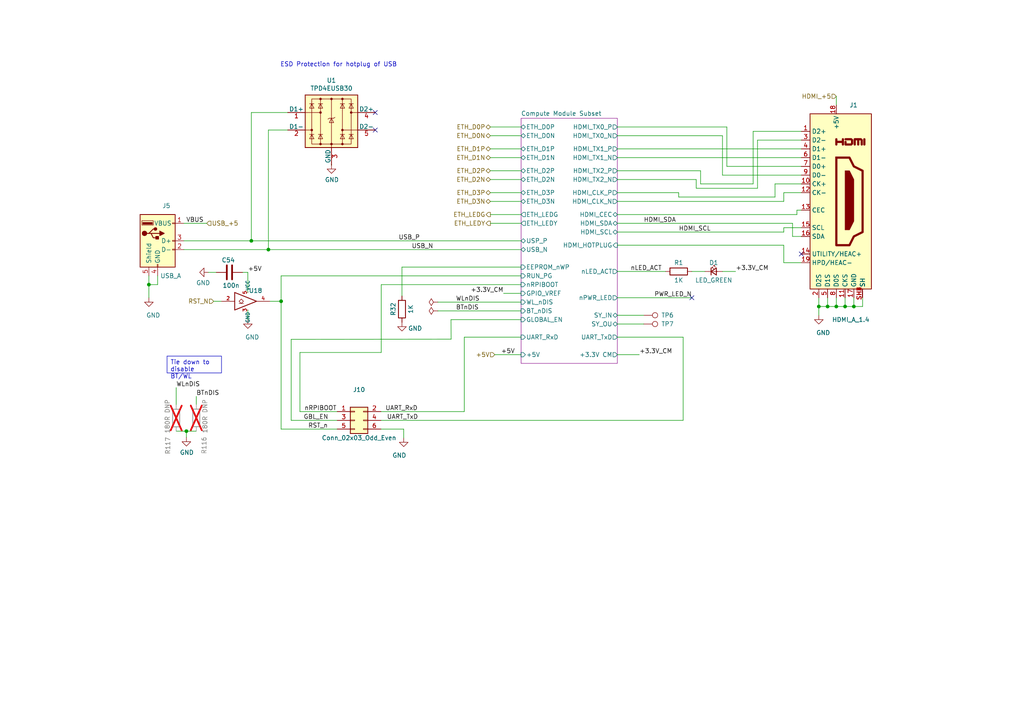
<source format=kicad_sch>
(kicad_sch (version 20230121) (generator eeschema)
  (paper "A4")
  (title_block (title "Hexa-Pi") (date "2023-12-02") (rev "1.0") (company "Coxyz") (comment 1 "fjc"))
  (lib_symbols
    (symbol "CM4IO:74LVC1G07_copy"
      (property "Reference" "U" (at -2.54 3.81 0))
      (property "Value" "74LVC1G07_copy" (at 0 -3.81 0))
      (symbol "74LVC1G07_copy_0_1"
        (polyline (pts (xy -2.54 -0.635) (xy -1.27 -0.635)))
        (polyline (pts (xy -3.81 2.54) (xy -3.81 -2.54) (xy 2.54 0) (xy -3.81 2.54)) (stroke (width 0.254)))
        (polyline (pts (xy -1.905 0.635) (xy -2.54 0) (xy -1.905 -0.635) (xy -1.27 0) (xy -1.905 0.635)))
      )
      (symbol "74LVC1G07_copy_1_1"
        (pin input line (at -7.62 0 0) (length 3.81) (name "~") (number "2"))
        (pin power_in line (at 0 -2.54 270) (length 0) (name "GND") (number "3"))
        (pin open_collector line (at 6.35 0 180) (length 3.81) (name "~") (number "4"))
        (pin power_in line (at 0 2.54 90) (length 0) (name "VCC") (number "5"))
      )
    )
    (symbol "CM4IO:HDMI_A_1.4"
      (property "Reference" "J" (at -6.35 26.67 0))
      (property "Value" "HDMI_A_1.4" (at 10.16 26.67 0))
      (symbol "HDMI_A_1.4_0_0"
        (polyline (pts (xy 8.128 16.51) (xy 8.128 18.034)) (stroke (width 0.635)))
        (polyline (pts (xy 0 16.51) (xy 0 18.034) (xy 0 17.272) (xy 1.905 17.272) (xy 1.905 18.034) (xy 1.905 16.51)) (stroke (width 0.635)))
        (polyline (pts (xy 2.667 18.034) (xy 4.318 18.034) (xy 4.572 17.78) (xy 4.572 16.764) (xy 4.318 16.51) (xy 2.667 16.51) (xy 2.667 17.272)) (stroke (width 0.635)))
        (pin passive line (at 7.62 -27.94 90) (length 2.54) (name "SH") (number "SH2"))
        (pin passive line (at 7.62 -27.94 90) (length 2.54) (name "SH") (number "SH3"))
        (pin passive line (at 7.62 -27.94 90) (length 2.54) (name "SH") (number "SH4"))
      )
      (symbol "HDMI_A_1.4_0_1"
        (rectangle (start -7.62 25.4) (end 10.16 -25.4) (stroke (width 0.254)) (fill (type background)))
        (polyline (pts (xy 2.54 8.89) (xy 3.81 8.89) (xy 5.08 6.35) (xy 5.08 -5.715) (xy 3.81 -8.255) (xy 2.54 -8.255) (xy 2.54 8.89)) (fill (type outline)))
        (polyline (pts (xy 5.334 16.51) (xy 5.334 18.034) (xy 6.35 18.034) (xy 6.35 16.51) (xy 6.35 18.034) (xy 7.112 18.034) (xy 7.366 17.78) (xy 7.366 16.51)) (stroke (width 0.635)))
        (polyline (pts (xy 0 12.7) (xy 0 -12.7) (xy 3.81 -12.7) (xy 5.08 -10.16) (xy 7.62 -8.89) (xy 7.62 8.89) (xy 5.08 10.16) (xy 3.81 12.7) (xy 0 12.7)) (stroke (width 0.635)))
      )
      (symbol "HDMI_A_1.4_1_1"
        (pin passive line (at -10.16 20.32 0) (length 2.54) (name "D2+") (number "1"))
        (pin passive line (at -10.16 5.08 0) (length 2.54) (name "CK+") (number "10"))
        (pin power_in line (at 2.54 -27.94 90) (length 2.54) (name "CKS") (number "11"))
        (pin passive line (at -10.16 2.54 0) (length 2.54) (name "CK-") (number "12"))
        (pin bidirectional line (at -10.16 -2.54 0) (length 2.54) (name "CEC") (number "13"))
        (pin passive line (at -10.16 -15.24 0) (length 2.54) (name "UTILITY/HEAC+") (number "14"))
        (pin passive line (at -10.16 -7.62 0) (length 2.54) (name "SCL") (number "15"))
        (pin bidirectional line (at -10.16 -10.16 0) (length 2.54) (name "SDA") (number "16"))
        (pin power_in line (at 5.08 -27.94 90) (length 2.54) (name "GND") (number "17"))
        (pin power_in line (at 0 27.94 270) (length 2.54) (name "+5V") (number "18"))
        (pin passive line (at -10.16 -17.78 0) (length 2.54) (name "HPD/HEAC-") (number "19"))
        (pin power_in line (at -5.08 -27.94 90) (length 2.54) (name "D2S") (number "2"))
        (pin passive line (at -10.16 17.78 0) (length 2.54) (name "D2-") (number "3"))
        (pin passive line (at -10.16 15.24 0) (length 2.54) (name "D1+") (number "4"))
        (pin power_in line (at -2.54 -27.94 90) (length 2.54) (name "D1S") (number "5"))
        (pin passive line (at -10.16 12.7 0) (length 2.54) (name "D1-") (number "6"))
        (pin passive line (at -10.16 10.16 0) (length 2.54) (name "D0+") (number "7"))
        (pin power_in line (at 0 -27.94 90) (length 2.54) (name "D0S") (number "8"))
        (pin passive line (at -10.16 7.62 0) (length 2.54) (name "D0-") (number "9"))
        (pin passive line (at 7.62 -27.94 90) (length 2.54) (name "SH") (number "SH1"))
      )
    )
    (symbol "CM4IO:TPD4EUSB30" (pin_names (offset 0))
      (property "Reference" "U" (at -0.635 8.89 0))
      (property "Value" "TPD4EUSB30" (at 8.89 -10.16 0))
      (symbol "TPD4EUSB30_0_0"
        (rectangle (start -5.715 6.477) (end 5.715 -6.604))
        (polyline (pts (xy -3.175 -6.604) (xy -3.175 6.477)))
        (polyline (pts (xy 0 6.477) (xy 0 -6.604)))
        (polyline (pts (xy 3.175 6.477) (xy 3.175 -6.604)))
      )
      (symbol "TPD4EUSB30_0_1"
        (rectangle (start -7.62 7.62) (end 7.62 -7.62) (stroke (width 0.254)) (fill (type background)))
        (circle (center -5.715 -2.54) (radius 0.2794) (fill (type outline)))
        (circle (center -3.175 -6.604) (radius 0.2794) (fill (type outline)))
        (circle (center -3.175 2.54) (radius 0.2794) (fill (type outline)))
        (circle (center -3.175 6.477) (radius 0.2794) (fill (type outline)))
        (circle (center 0 -6.604) (radius 0.2794) (fill (type outline)))
        (polyline (pts (xy -7.747 2.54) (xy -3.175 2.54)))
        (polyline (pts (xy -7.62 -2.54) (xy -5.715 -2.54)))
        (polyline (pts (xy -5.08 -3.81) (xy -6.35 -3.81)))
        (polyline (pts (xy -5.08 5.08) (xy -6.35 5.08)))
        (polyline (pts (xy -2.54 -3.81) (xy -3.81 -3.81)))
        (polyline (pts (xy -2.54 5.08) (xy -3.81 5.08)))
        (polyline (pts (xy -0.635 0.889) (xy -1.016 0.635)))
        (polyline (pts (xy 0 -6.604) (xy 0 -7.62)))
        (polyline (pts (xy 0.635 0.889) (xy -0.635 0.889)))
        (polyline (pts (xy 0.635 0.889) (xy 1.016 1.143)))
        (polyline (pts (xy 3.81 -3.81) (xy 2.54 -3.81)))
        (polyline (pts (xy 3.81 5.08) (xy 2.54 5.08)))
        (polyline (pts (xy 6.35 -3.81) (xy 5.08 -3.81)))
        (polyline (pts (xy 6.35 5.08) (xy 5.08 5.08)))
        (polyline (pts (xy 7.62 -2.54) (xy 3.175 -2.54)))
        (polyline (pts (xy 7.62 2.54) (xy 5.715 2.54)))
        (polyline (pts (xy -5.08 -5.08) (xy -6.35 -5.08) (xy -5.715 -3.81) (xy -5.08 -5.08)))
        (polyline (pts (xy -5.08 3.81) (xy -6.35 3.81) (xy -5.715 5.08) (xy -5.08 3.81)))
        (polyline (pts (xy -2.54 -5.08) (xy -3.81 -5.08) (xy -3.175 -3.81) (xy -2.54 -5.08)))
        (polyline (pts (xy -2.54 3.81) (xy -3.81 3.81) (xy -3.175 5.08) (xy -2.54 3.81)))
        (polyline (pts (xy 0.635 -0.381) (xy -0.635 -0.381) (xy 0 0.889) (xy 0.635 -0.381)))
        (polyline (pts (xy 3.81 -5.08) (xy 2.54 -5.08) (xy 3.175 -3.81) (xy 3.81 -5.08)))
        (polyline (pts (xy 3.81 3.81) (xy 2.54 3.81) (xy 3.175 5.08) (xy 3.81 3.81)))
        (polyline (pts (xy 6.35 -5.08) (xy 5.08 -5.08) (xy 5.715 -3.81) (xy 6.35 -5.08)))
        (polyline (pts (xy 6.35 3.81) (xy 5.08 3.81) (xy 5.715 5.08) (xy 6.35 3.81)))
        (circle (center 0 6.477) (radius 0.2794) (fill (type outline)))
        (circle (center 3.175 -6.604) (radius 0.2794) (fill (type outline)))
        (circle (center 3.175 -2.54) (radius 0.2794) (fill (type outline)))
        (circle (center 3.175 6.477) (radius 0.2794) (fill (type outline)))
        (circle (center 5.715 2.54) (radius 0.2794) (fill (type outline)))
      )
      (symbol "TPD4EUSB30_1_1"
        (pin passive line (at -12.7 2.54 0) (length 5.08) (name "D1+") (number "1"))
        (pin passive line (at -12.7 2.54 0) (length 5.08) hide (name "~") (number "10"))
        (pin passive line (at -12.7 -2.54 0) (length 5.08) (name "D1-") (number "2"))
        (pin power_in line (at 0 -12.7 90) (length 5.08) (name "GND") (number "3"))
        (pin passive line (at 12.7 2.54 180) (length 5.08) (name "D2+") (number "4"))
        (pin passive line (at 12.7 -2.54 180) (length 5.08) (name "D2-") (number "5"))
        (pin passive line (at 12.7 -2.54 180) (length 5.08) hide (name "~") (number "6"))
        (pin passive line (at 12.7 2.54 180) (length 5.08) hide (name "~") (number "7"))
        (pin passive line (at 0 -12.7 90) (length 5.08) hide (name "GND") (number "8"))
        (pin passive line (at -12.7 -2.54 0) (length 5.08) hide (name "~") (number "9"))
      )
    )
    (symbol "Connector:TestPoint" (pin_numbers hide) (pin_names (offset 0.762) hide)
      (property "Reference" "TP" (at 0 6.858 0))
      (property "Value" "TestPoint" (at 0 5.08 0))
      (symbol "TestPoint_0_1"
        (circle (center 0 3.302) (radius 0.762))
      )
      (symbol "TestPoint_1_1"
        (pin passive line (at 0 0 90) (length 2.54) (name "1") (number "1"))
      )
    )
    (symbol "Connector:USB_A" (pin_names (offset 1.016))
      (property "Reference" "J" (at -5.08 11.43 0))
      (property "Value" "USB_A" (at -5.08 8.89 0))
      (symbol "USB_A_0_1"
        (rectangle (start -5.08 -7.62) (end 5.08 7.62) (stroke (width 0.254)) (fill (type background)))
        (circle (center -3.81 2.159) (radius 0.635) (stroke (width 0.254)) (fill (type outline)))
        (rectangle (start -1.524 4.826) (end -4.318 5.334) (fill (type outline)))
        (rectangle (start -1.27 4.572) (end -4.572 5.842))
        (circle (center -0.635 3.429) (radius 0.381) (stroke (width 0.254)) (fill (type outline)))
        (rectangle (start -0.127 -7.62) (end 0.127 -6.858))
        (polyline (pts (xy -3.175 2.159) (xy -2.54 2.159) (xy -1.27 3.429) (xy -0.635 3.429)) (stroke (width 0.254)))
        (polyline (pts (xy -2.54 2.159) (xy -1.905 2.159) (xy -1.27 0.889) (xy 0 0.889)) (stroke (width 0.254)))
        (polyline (pts (xy 0.635 2.794) (xy 0.635 1.524) (xy 1.905 2.159) (xy 0.635 2.794)) (stroke (width 0.254)) (fill (type outline)))
        (rectangle (start 0.254 1.27) (end -0.508 0.508) (stroke (width 0.254)) (fill (type outline)))
        (rectangle (start 5.08 -2.667) (end 4.318 -2.413))
        (rectangle (start 5.08 -0.127) (end 4.318 0.127))
        (rectangle (start 5.08 4.953) (end 4.318 5.207))
      )
      (symbol "USB_A_1_1"
        (polyline (pts (xy -1.905 2.159) (xy 0.635 2.159)) (stroke (width 0.254)))
        (pin power_in line (at 7.62 5.08 180) (length 2.54) (name "VBUS") (number "1"))
        (pin bidirectional line (at 7.62 -2.54 180) (length 2.54) (name "D-") (number "2"))
        (pin bidirectional line (at 7.62 0 180) (length 2.54) (name "D+") (number "3"))
        (pin power_in line (at 0 -10.16 90) (length 2.54) (name "GND") (number "4"))
        (pin passive line (at -2.54 -10.16 90) (length 2.54) (name "Shield") (number "5"))
      )
    )
    (symbol "Connector_Generic:Conn_02x03_Odd_Even" (pin_names (offset 1.016) hide)
      (property "Reference" "J" (at 1.27 5.08 0))
      (property "Value" "Conn_02x03_Odd_Even" (at 1.27 -5.08 0))
      (symbol "Conn_02x03_Odd_Even_1_1"
        (rectangle (start -1.27 -2.413) (end 0 -2.667) (stroke (width 0.1524)))
        (rectangle (start -1.27 0.127) (end 0 -0.127) (stroke (width 0.1524)))
        (rectangle (start -1.27 2.667) (end 0 2.413) (stroke (width 0.1524)))
        (rectangle (start -1.27 3.81) (end 3.81 -3.81) (stroke (width 0.254)) (fill (type background)))
        (rectangle (start 3.81 -2.413) (end 2.54 -2.667) (stroke (width 0.1524)))
        (rectangle (start 3.81 0.127) (end 2.54 -0.127) (stroke (width 0.1524)))
        (rectangle (start 3.81 2.667) (end 2.54 2.413) (stroke (width 0.1524)))
        (pin passive line (at -5.08 2.54 0) (length 3.81) (name "Pin_1") (number "1"))
        (pin passive line (at 7.62 2.54 180) (length 3.81) (name "Pin_2") (number "2"))
        (pin passive line (at -5.08 0 0) (length 3.81) (name "Pin_3") (number "3"))
        (pin passive line (at 7.62 0 180) (length 3.81) (name "Pin_4") (number "4"))
        (pin passive line (at -5.08 -2.54 0) (length 3.81) (name "Pin_5") (number "5"))
        (pin passive line (at 7.62 -2.54 180) (length 3.81) (name "Pin_6") (number "6"))
      )
    )
    (symbol "Device:C" (pin_numbers hide) (pin_names (offset 0.254))
      (property "Reference" "C" (at 0.635 2.54 0))
      (property "Value" "C" (at 0.635 -2.54 0))
      (symbol "C_0_1"
        (polyline (pts (xy -2.032 -0.762) (xy 2.032 -0.762)) (stroke (width 0.508)))
        (polyline (pts (xy -2.032 0.762) (xy 2.032 0.762)) (stroke (width 0.508)))
      )
      (symbol "C_1_1"
        (pin passive line (at 0 3.81 270) (length 2.794) (name "~") (number "1"))
        (pin passive line (at 0 -3.81 90) (length 2.794) (name "~") (number "2"))
      )
    )
    (symbol "Device:LED_Small" (pin_numbers hide) (pin_names (offset 0.254) hide)
      (property "Reference" "D" (at -1.27 3.175 0))
      (property "Value" "LED_Small" (at -4.445 -2.54 0))
      (symbol "LED_Small_0_1"
        (polyline (pts (xy -0.762 -1.016) (xy -0.762 1.016)) (stroke (width 0.254)))
        (polyline (pts (xy 1.016 0) (xy -0.762 0)))
        (polyline (pts (xy 0.762 -1.016) (xy -0.762 0) (xy 0.762 1.016) (xy 0.762 -1.016)) (stroke (width 0.254)))
        (polyline (pts (xy 0 0.762) (xy -0.508 1.27) (xy -0.254 1.27) (xy -0.508 1.27) (xy -0.508 1.016)))
        (polyline (pts (xy 0.508 1.27) (xy 0 1.778) (xy 0.254 1.778) (xy 0 1.778) (xy 0 1.524)))
      )
      (symbol "LED_Small_1_1"
        (pin passive line (at -2.54 0 0) (length 1.778) (name "K") (number "1"))
        (pin passive line (at 2.54 0 180) (length 1.778) (name "A") (number "2"))
      )
    )
    (symbol "Device:R" (pin_numbers hide) (pin_names (offset 0))
      (property "Reference" "R" (at 2.032 0 90))
      (property "Value" "R" (at 0 0 90))
      (symbol "R_0_1"
        (rectangle (start -1.016 -2.54) (end 1.016 2.54) (stroke (width 0.254)))
      )
      (symbol "R_1_1"
        (pin passive line (at 0 3.81 270) (length 1.27) (name "~") (number "1"))
        (pin passive line (at 0 -3.81 90) (length 1.27) (name "~") (number "2"))
      )
    )
    (symbol "power:GND" (power) (pin_names (offset 0))
      (property "Value" "GND" (at 0 -3.81 0))
      (symbol "GND_0_1"
        (polyline (pts (xy 0 0) (xy 0 -1.27) (xy 1.27 -1.27) (xy 0 -2.54) (xy -1.27 -1.27) (xy 0 -1.27)))
      )
      (symbol "GND_1_1"
        (pin power_in line (at 0 0 270) (length 0) hide (name "GND") (number "1"))
      )
    )
    (symbol "power:PWR_FLAG" (power) (pin_numbers hide) (pin_names (offset 0) hide)
      (property "Value" "PWR_FLAG" (at 0 3.81 0))
      (symbol "PWR_FLAG_0_0"
        (pin power_out line (at 0 0 90) (length 0) (name "pwr") (number "1"))
      )
      (symbol "PWR_FLAG_0_1"
        (polyline (pts (xy 0 0) (xy 0 1.27) (xy -1.016 1.905) (xy 0 2.54) (xy 1.016 1.905) (xy 0 1.27)))
      )
    )
  )
  (junction (at 245.11 88.9) (diameter 0.9144))
  (junction (at 77.851 72.39))
  (junction (at 81.534 87.376))
  (junction (at 240.03 88.9) (diameter 0.9144))
  (junction (at 242.57 88.9) (diameter 0.9144))
  (junction (at 247.65 88.9) (diameter 0.9144))
  (junction (at 72.898 69.85))
  (junction (at 54.0615 125.0532))
  (junction (at 43.18 82.55) (diameter 0.9144))
  (junction (at 237.49 88.9) (diameter 0.9144))
  (no_connect (at 200.66 86.36))
  (no_connect (at 232.41 73.66))
  (no_connect (at 108.839 37.719))
  (no_connect (at 108.839 32.639))
  (wire (pts (xy 142.24 49.53) (xy 151.13 49.53)))
  (wire (pts (xy 201.93 54.61) (xy 219.71 54.61)))
  (wire (pts (xy 231.14 60.96) (xy 232.41 60.96)))
  (wire (pts (xy 81.534 124.46) (xy 97.79 124.46)))
  (wire (pts (xy 227.33 58.42) (xy 227.33 55.88)))
  (wire (pts (xy 77.851 37.719) (xy 83.439 37.719)))
  (wire (pts (xy 179.07 64.77) (xy 229.87 64.77)))
  (wire (pts (xy 237.49 88.9) (xy 237.49 91.44)))
  (wire (pts (xy 179.07 102.87) (xy 185.42 102.87)))
  (wire (pts (xy 71.882 84.836) (xy 71.882 78.994)))
  (wire (pts (xy 179.07 86.36) (xy 200.66 86.36)))
  (wire (pts (xy 179.07 45.72) (xy 232.41 45.72)))
  (wire (pts (xy 250.19 86.36) (xy 250.19 88.9)))
  (wire (pts (xy 77.851 37.719) (xy 77.851 72.39)))
  (wire (pts (xy 227.33 76.2) (xy 232.41 76.2)))
  (wire (pts (xy 110.5718 82.55) (xy 151.13 82.55)))
  (wire (pts (xy 53.34 69.85) (xy 72.898 69.85)))
  (wire (pts (xy 116.586 77.47) (xy 116.586 85.852)))
  (wire (pts (xy 218.44 38.1) (xy 232.41 38.1)))
  (wire (pts (xy 117.094 124.46) (xy 110.49 124.46)))
  (wire (pts (xy 117.094 124.46) (xy 117.094 127)))
  (wire (pts (xy 201.93 52.07) (xy 201.93 54.61)))
  (wire (pts (xy 53.34 64.77) (xy 59.944 64.77)))
  (wire (pts (xy 179.07 36.83) (xy 210.82 36.83)))
  (wire (pts (xy 210.82 36.83) (xy 210.82 48.26)))
  (wire (pts (xy 209.55 78.74) (xy 213.36 78.74)))
  (wire (pts (xy 61.976 87.376) (xy 64.262 87.376)))
  (wire (pts (xy 43.18 82.55) (xy 43.18 86.36)))
  (wire (pts (xy 203.2 53.34) (xy 218.44 53.34)))
  (wire (pts (xy 86.995 102.235) (xy 86.995 119.38)))
  (wire (pts (xy 86.995 119.38) (xy 97.79 119.38)))
  (wire (pts (xy 179.07 52.07) (xy 201.93 52.07)))
  (wire (pts (xy 219.71 40.64) (xy 232.41 40.64)))
  (wire (pts (xy 227.33 55.88) (xy 232.41 55.88)))
  (wire (pts (xy 71.882 89.916) (xy 71.882 92.71)))
  (wire (pts (xy 142.24 39.37) (xy 151.13 39.37)))
  (wire (pts (xy 229.87 68.58) (xy 232.41 68.58)))
  (wire (pts (xy 237.49 88.9) (xy 240.03 88.9)))
  (wire (pts (xy 179.07 43.18) (xy 232.41 43.18)))
  (wire (pts (xy 240.03 86.36) (xy 240.03 88.9)))
  (wire (pts (xy 179.07 91.44) (xy 186.69 91.44)))
  (wire (pts (xy 110.49 119.38) (xy 134.659 119.38)))
  (wire (pts (xy 127 90.17) (xy 151.13 90.17)))
  (wire (pts (xy 142.24 36.83) (xy 151.13 36.83)))
  (wire (pts (xy 231.14 62.23) (xy 231.14 60.96)))
  (wire (pts (xy 204.47 78.74) (xy 200.66 78.74)))
  (wire (pts (xy 218.44 53.34) (xy 218.44 38.1)))
  (wire (pts (xy 242.57 27.94) (xy 242.57 30.48)))
  (wire (pts (xy 227.33 71.12) (xy 227.33 76.2)))
  (wire (pts (xy 179.07 78.74) (xy 193.04 78.74)))
  (wire (pts (xy 142.24 52.07) (xy 151.13 52.07)))
  (wire (pts (xy 84.455 98.425) (xy 130.842 98.3714)))
  (wire (pts (xy 179.07 71.12) (xy 227.33 71.12)))
  (wire (pts (xy 179.07 58.42) (xy 227.33 58.42)))
  (wire (pts (xy 179.07 39.37) (xy 209.55 39.37)))
  (wire (pts (xy 45.72 82.55) (xy 43.18 82.55)))
  (wire (pts (xy 179.07 62.23) (xy 231.14 62.23)))
  (wire (pts (xy 247.65 86.36) (xy 247.65 88.9)))
  (wire (pts (xy 142.24 64.77) (xy 151.13 64.77)))
  (wire (pts (xy 242.57 88.9) (xy 245.11 88.9)))
  (wire (pts (xy 96.139 47.879) (xy 96.139 47.752)))
  (wire (pts (xy 54.0615 125.0532) (xy 56.9274 125.0532)))
  (wire (pts (xy 209.55 50.8) (xy 232.41 50.8)))
  (wire (pts (xy 45.72 80.01) (xy 45.72 82.55)))
  (wire (pts (xy 237.49 86.36) (xy 237.49 88.9)))
  (wire (pts (xy 56.9274 125.0532) (xy 56.9274 125.0228)))
  (wire (pts (xy 219.71 54.61) (xy 219.71 40.64)))
  (wire (pts (xy 72.898 32.639) (xy 72.898 69.85)))
  (wire (pts (xy 116.586 77.47) (xy 151.13 77.47)))
  (wire (pts (xy 60.452 78.994) (xy 62.738 78.994)))
  (wire (pts (xy 240.03 88.9) (xy 242.57 88.9)))
  (wire (pts (xy 142.24 43.18) (xy 151.13 43.18)))
  (wire (pts (xy 70.358 78.994) (xy 71.882 78.994)))
  (wire (pts (xy 51.1014 112.4427) (xy 51.1043 112.4427)))
  (wire (pts (xy 210.82 48.26) (xy 232.41 48.26)))
  (wire (pts (xy 142.24 45.72) (xy 151.13 45.72)))
  (wire (pts (xy 242.57 86.36) (xy 242.57 88.9)))
  (wire (pts (xy 179.07 97.79) (xy 198.1399 97.79)))
  (wire (pts (xy 179.07 49.53) (xy 203.2 49.53)))
  (wire (pts (xy 72.898 32.639) (xy 83.439 32.639)))
  (wire (pts (xy 53.34 72.39) (xy 77.851 72.39)))
  (wire (pts (xy 134.659 97.79) (xy 151.13 97.79)))
  (wire (pts (xy 142.24 62.23) (xy 151.13 62.23)))
  (wire (pts (xy 198.1399 97.79) (xy 198.1399 121.92)))
  (wire (pts (xy 179.07 55.88) (xy 196.85 55.88)))
  (wire (pts (xy 54.0615 125.0532) (xy 54.0615 126.8449)))
  (wire (pts (xy 203.2 49.53) (xy 203.2 53.34)))
  (wire (pts (xy 143.51 102.87) (xy 151.13 102.87)))
  (wire (pts (xy 227.33 67.31) (xy 227.33 66.04)))
  (wire (pts (xy 247.65 88.9) (xy 250.19 88.9)))
  (wire (pts (xy 245.11 86.36) (xy 245.11 88.9)))
  (wire (pts (xy 179.07 67.31) (xy 227.33 67.31)))
  (wire (pts (xy 196.85 57.15) (xy 224.79 57.15)))
  (wire (pts (xy 72.898 69.85) (xy 151.13 69.85)))
  (wire (pts (xy 130.81 92.71) (xy 151.13 92.71)))
  (wire (pts (xy 56.9274 117.4028) (xy 56.9274 114.9691)))
  (wire (pts (xy 51.1014 125.0532) (xy 54.0615 125.0532)))
  (wire (pts (xy 146.05 85.09) (xy 151.13 85.09)))
  (wire (pts (xy 77.851 72.39) (xy 151.13 72.39)))
  (wire (pts (xy 134.659 97.79) (xy 134.659 119.38)))
  (wire (pts (xy 142.24 58.42) (xy 151.13 58.42)))
  (wire (pts (xy 142.24 55.88) (xy 151.13 55.88)))
  (wire (pts (xy 130.842 98.3714) (xy 130.81 92.71)))
  (wire (pts (xy 196.85 55.88) (xy 196.85 57.15)))
  (wire (pts (xy 78.232 87.376) (xy 81.534 87.376)))
  (wire (pts (xy 151.13 80.01) (xy 81.534 80.01)))
  (wire (pts (xy 84.455 98.425) (xy 84.455 121.92)))
  (wire (pts (xy 84.455 121.92) (xy 97.79 121.92)))
  (wire (pts (xy 86.995 102.235) (xy 110.5718 102.235)))
  (wire (pts (xy 245.11 88.9) (xy 247.65 88.9)))
  (wire (pts (xy 81.534 80.01) (xy 81.534 87.376)))
  (wire (pts (xy 51.1014 112.4427) (xy 51.1014 117.4332)))
  (wire (pts (xy 227.33 66.04) (xy 232.41 66.04)))
  (wire (pts (xy 127 87.63) (xy 151.13 87.63)))
  (wire (pts (xy 229.87 64.77) (xy 229.87 68.58)))
  (wire (pts (xy 209.55 39.37) (xy 209.55 50.8)))
  (wire (pts (xy 224.79 57.15) (xy 224.79 53.34)))
  (wire (pts (xy 224.79 53.34) (xy 232.41 53.34)))
  (wire (pts (xy 110.5718 82.55) (xy 110.5718 102.235)))
  (wire (pts (xy 43.18 80.01) (xy 43.18 82.55)))
  (wire (pts (xy 81.534 87.376) (xy 81.534 124.46)))
  (wire (pts (xy 179.07 93.98) (xy 186.69 93.98)))
  (wire (pts (xy 110.49 121.92) (xy 198.1399 121.92)))
  (text_box "Tie down to\ndisable BT/WL" (at 48.4516 103.2805 0) (size 15.7935 4.883) (effects (font (size 1.27 1.27)) (justify left top)))
  (text "ESD Protection for hotplug of USB" (at 81.28 19.558 0) (effects (font (size 1.27 1.27)) (justify left bottom)))
  (label "RST_n" (at 95.123 124.46 180))
  (label "+3.3V_CM" (at 213.36 78.74 0))
  (label "nLED_ACT" (at 182.88 78.74 0))
  (label "+3.3V_CM" (at 185.42 102.87 0))
  (label "HDMI_SDA" (at 186.69 64.77 0))
  (label "UART_TxD" (at 121.285 121.92 180))
  (label "nRPIBOOT" (at 88.265 119.38 0))
  (label "VBUS" (at 53.975 64.77 0))
  (label "BTnDIS" (at 56.9274 114.9691 0))
  (label "WLnDIS" (at 51.1043 112.4427 0))
  (label "USB_N" (at 119.38 72.39 0))
  (label "WLnDIS" (at 132.207 87.63 0))
  (label "+3.3V_CM" (at 146.05 85.09 180))
  (label "USB_P" (at 115.57 69.85 0))
  (label "GBL_EN" (at 95.25 121.92 180))
  (label "+5V" (at 71.882 78.994 0))
  (label "UART_RxD" (at 111.76 119.38 0))
  (label "BTnDIS" (at 132.207 90.17 0))
  (label "PWR_LED_N" (at 200.66 86.36 180))
  (label "+5V" (at 145.288 102.87 0))
  (label "HDMI_SCL" (at 196.85 67.31 0))
  (hierarchical_label "RST_N" (shape input) (at 61.976 87.376 180))
  (hierarchical_label "ETH_LEDG" (shape output) (at 142.24 62.23 180))
  (hierarchical_label "ETH_D2N" (shape bidirectional) (at 142.24 52.07 180))
  (hierarchical_label "ETH_D1P" (shape bidirectional) (at 142.24 43.18 180))
  (hierarchical_label "ETH_D0N" (shape bidirectional) (at 142.24 39.37 180))
  (hierarchical_label "USB_+5" (shape input) (at 59.944 64.77 0))
  (hierarchical_label "ETH_D3N" (shape bidirectional) (at 142.24 58.42 180))
  (hierarchical_label "ETH_D1N" (shape bidirectional) (at 142.24 45.72 180))
  (hierarchical_label "ETH_LEDY" (shape output) (at 142.24 64.77 180))
  (hierarchical_label "ETH_D0P" (shape bidirectional) (at 142.24 36.83 180))
  (hierarchical_label "HDMI_+5" (shape input) (at 242.57 27.94 180))
  (hierarchical_label "ETH_D3P" (shape bidirectional) (at 142.24 55.88 180))
  (hierarchical_label "ETH_D2P" (shape bidirectional) (at 142.24 49.53 180))
  (hierarchical_label "+5V" (shape input) (at 143.51 102.87 180))
  (symbol (lib_id "Device:C") (at 66.548 78.994 270) (unit 1)
    (property "Reference" "C54" (at 64.262 75.438 90) (effects (justify left)))
    (property "Value" "100n" (at 64.516 82.804 90) (effects (justify left)))
    (property "Footprint" "Capacitor_SMD:C_0402_1005Metric" (effects hide))
    (property "Datasheet" "https://search.murata.co.jp/Ceramy/image/img/A01X/G101/ENG/GRM21BR71A106KA73-01.pdf" (effects hide))
    (property "LCSC Part #" "C1525" (effects hide))
    (instances (project "Hexa-Pi_1.1" (path "" (reference "C54") (unit 1)) (path "" (reference "C73") (unit 1)) (path "" (reference "C74") (unit 1)) (path "" (reference "C61") (unit 1)) (path "" (reference "C62") (unit 1))))
  )
  (symbol (lib_id "Connector:TestPoint") (at 186.69 91.44 270) (unit 1)
    (property "Reference" "TP6" (at 191.77 91.44 90) (effects (justify left)))
    (property "Value" "SY_IN" (effects hide))
    (property "Footprint" "TestPoint:TestPoint_Pad_D1.0mm" (effects hide))
    (instances (project "Hexa-Pi_1.1" (path "" (reference "TP6") (unit 1)) (path "" (reference "TP17") (unit 1)) (path "" (reference "TP3") (unit 1)) (path "" (reference "TP19") (unit 1))))
  )
  (symbol (lib_id "power:PWR_FLAG") (at 127 90.17 90) (unit 1)
    (property "Reference" "#FLG0114" (effects hide))
    (property "Value" "PWR_FLAG" (effects hide))
    (instances (project "Hexa-Pi_1.1" (path "" (reference "#FLG0114") (unit 1)) (path "" (reference "#FLG0116") (unit 1)) (path "" (reference "#FLG0121") (unit 1)) (path "" (reference "#FLG0123") (unit 1))))
  )
  (symbol (lib_id "power:GND") (at 96.139 47.752 0) (unit 1)
    (property "Reference" "#PWR0109" (effects hide))
    (property "Value" "GND" (at 96.266 52.1462 0))
    (instances (project "Hexa-Pi_1.1" (path "" (reference "#PWR0109") (unit 1)) (path "" (reference "#PWR0135") (unit 1)) (path "" (reference "#PWR0142") (unit 1)) (path "" (reference "#PWR0148") (unit 1))))
  )
  (symbol (lib_id "power:PWR_FLAG") (at 127 87.63 90) (unit 1)
    (property "Reference" "#FLG0115" (effects hide))
    (property "Value" "PWR_FLAG" (effects hide))
    (instances (project "Hexa-Pi_1.1" (path "" (reference "#FLG0115") (unit 1)) (path "" (reference "#FLG0117") (unit 1)) (path "" (reference "#FLG0122") (unit 1)) (path "" (reference "#FLG0124") (unit 1))))
  )
  (symbol (lib_id "power:GND") (at 237.49 91.44 0) (unit 1)
    (property "Reference" "#PWR06" (effects hide))
    (property "Value" "GND" (at 238.76 96.52 0))
    (instances (project "Hexa-Pi_1.1" (path "" (reference "#PWR06") (unit 1)) (path "" (reference "#PWR072") (unit 1)) (path "" (reference "#PWR082") (unit 1)) (path "" (reference "#PWR0138") (unit 1))))
  )
  (symbol (lib_id "Device:R") (at 51.1014 121.2432 0) (mirror x) (unit 1) (dnp yes)
    (property "Reference" "R117" (at 48.6866 126.6891 90) (effects (justify left)))
    (property "Value" "180R DNP" (at 48.5614 115.7822 90) (effects (justify left)))
    (property "Footprint" "Resistor_SMD:R_0603_1608Metric_Pad0.98x0.95mm_HandSolder" (effects hide))
    (property "LCSC Part #" "DNP" (effects hide))
    (property "Special" "DNP" (effects hide))
    (instances (project "Hexa-Pi_1.1" (path "" (reference "R117") (unit 1)) (path "" (reference "R28") (unit 1)) (path "" (reference "R44") (unit 1)) (path "" (reference "R24") (unit 1)) (path "" (reference "R46") (unit 1))))
  )
  (symbol (lib_id "power:GND") (at 116.586 93.472 0) (unit 1)
    (property "Reference" "#PWR0144" (effects hide))
    (property "Value" "GND" (at 120.396 95.25 0))
    (instances (project "Hexa-Pi_1.1" (path "" (reference "#PWR0144") (unit 1)) (path "" (reference "#PWR0145") (unit 1)) (path "" (reference "#PWR0146") (unit 1)) (path "" (reference "#PWR0147") (unit 1))))
  )
  (symbol (lib_id "CM4IO:HDMI_A_1.4") (at 242.57 58.42 0) (unit 1)
    (property "Reference" "J1" (at 246.38 30.48 0) (effects (justify left)))
    (property "Value" "HDMI_A_1.4" (at 241.3 92.71 0) (effects (justify left)))
    (property "Footprint" "CM4IO:EDAC 690-019-298-412" (effects hide))
    (property "Datasheet" "http://www.amphenol-icc.com/media/wysiwyg/files/drawing/10029449.pdf" (effects hide))
    (property "LCSC Part #" "C720616" (effects hide))
    (instances (project "Hexa-Pi_1.1" (path "" (reference "J1") (unit 1)) (path "" (reference "J2") (unit 1)) (path "" (reference "J3") (unit 1)) (path "" (reference "J4") (unit 1))))
  )
  (symbol (lib_id "Connector:USB_A") (at 45.72 69.85 0) (unit 1)
    (property "Reference" "J5" (at 48.26 59.69 0))
    (property "Value" "USB_A" (at 49.53 80.01 0))
    (property "Footprint" "Connector_USB:USB_A_Wuerth_614004134726_Horizontal" (effects hide))
    (property "Datasheet" "https://katalog.we-online.de/em/datasheet/614004134726.pdf" (effects hide))
    (property "LCSC Part #" "C305979" (effects hide))
    (instances (project "Hexa-Pi_1.1" (path "" (reference "J5") (unit 1)) (path "" (reference "J6") (unit 1)) (path "" (reference "J7") (unit 1)) (path "" (reference "J8") (unit 1))))
  )
  (symbol (lib_id "Device:LED_Small") (at 207.01 78.74 0) (unit 1)
    (property "Reference" "D1" (at 207.01 76.2 0))
    (property "Value" "LED_GREEN" (at 207.01 81.28 0))
    (property "Footprint" "LED_SMD:LED_0805_2012Metric_Pad1.15x1.40mm_HandSolder" (effects hide))
    (property "Datasheet" "https://katalog.we.org" (effects hide))
    (property "LCSC Part #" "C2297" (effects hide))
    (instances (project "Hexa-Pi_1.1" (path "" (reference "D1") (unit 1)) (path "" (reference "D2") (unit 1)) (path "" (reference "D3") (unit 1)) (path "" (reference "D4") (unit 1))))
  )
  (symbol (lib_id "Device:R") (at 116.586 89.662 180) (unit 1)
    (property "Reference" "R32" (at 114.046 89.662 90))
    (property "Value" "1K" (at 119.126 89.662 90))
    (property "Footprint" "Resistor_SMD:R_0603_1608Metric" (effects hide))
    (property "LCSC Part #" "C22765" (effects hide))
    (instances (project "Hexa-Pi_1.1" (path "" (reference "R32") (unit 1)) (path "" (reference "R48") (unit 1)) (path "" (reference "R31") (unit 1)) (path "" (reference "R49") (unit 1))))
  )
  (symbol (lib_id "CM4IO:74LVC1G07_copy") (at 71.882 87.376 0) (unit 1)
    (property "Reference" "U18" (at 74.13 84.2963 0))
    (property "Value" "74LVC1G07SE-7" (effects hide))
    (property "Footprint" "Package_TO_SOT_SMD:SOT-353_SC-70-5" (effects hide))
    (property "Datasheet" "https://www.diodes.com/assets/Datasheets/74LVC1G07.pdf" (effects hide))
    (property "LCSC Part #" "C67531" (effects hide))
    (instances (project "Hexa-Pi_1.1" (path "" (reference "U18") (unit 1)) (path "" (reference "U18") (unit 1)) (path "" (reference "U17") (unit 1)) (path "" (reference "U18") (unit 1)) (path "" (reference "U13") (unit 1)) (path "" (reference "U14") (unit 1))))
  )
  (symbol (lib_id "power:GND") (at 43.18 86.36 0) (unit 1)
    (property "Reference" "#PWR02" (effects hide))
    (property "Value" "GND" (at 44.45 91.44 0))
    (instances (project "Hexa-Pi_1.1" (path "" (reference "#PWR02") (unit 1)) (path "" (reference "#PWR068") (unit 1)) (path "" (reference "#PWR078") (unit 1)) (path "" (reference "#PWR0134") (unit 1))))
  )
  (symbol (lib_id "power:GND") (at 71.882 92.71 0) (unit 1)
    (property "Reference" "#PWR013" (effects hide))
    (property "Value" "GND" (at 73.152 97.79 0))
    (instances (project "Hexa-Pi_1.1" (path "" (reference "#PWR013") (unit 1)) (path "" (reference "#PWR015") (unit 1)) (path "" (reference "#PWR016") (unit 1)) (path "" (reference "#PWR017") (unit 1))))
  )
  (symbol (lib_id "Device:R") (at 196.85 78.74 90) (unit 1)
    (property "Reference" "R1" (at 196.85 76.2 90))
    (property "Value" "1K" (at 196.85 81.28 90))
    (property "Footprint" "Resistor_SMD:R_0603_1608Metric" (effects hide))
    (property "LCSC Part #" "C22765" (effects hide))
    (instances (project "Hexa-Pi_1.1" (path "" (reference "R1") (unit 1)) (path "" (reference "R2") (unit 1)) (path "" (reference "R3") (unit 1)) (path "" (reference "R4") (unit 1))))
  )
  (symbol (lib_id "power:GND") (at 60.452 78.994 270) (unit 1)
    (property "Reference" "#PWR018" (effects hide))
    (property "Value" "GND" (at 58.928 82.042 90))
    (instances (project "Hexa-Pi_1.1" (path "" (reference "#PWR018") (unit 1)) (path "" (reference "#PWR019") (unit 1)) (path "" (reference "#PWR020") (unit 1)) (path "" (reference "#PWR021") (unit 1))))
  )
  (symbol (lib_id "power:GND") (at 54.0615 126.8449 0) (unit 1)
    (property "Reference" "#PWR0101" (effects hide))
    (property "Value" "GND" (at 54.1885 131.2391 0))
    (instances (project "Hexa-Pi_1.1" (path "" (reference "#PWR0101") (unit 1)) (path "" (reference "#PWR0102") (unit 1)) (path "" (reference "#PWR0103") (unit 1)) (path "" (reference "#PWR0172") (unit 1)) (path "" (reference "#PWR0173") (unit 1))))
  )
  (symbol (lib_id "Device:R") (at 56.9274 121.2128 180) (unit 1) (dnp yes)
    (property "Reference" "R116" (at 59.2028 126.6112 90) (effects (justify left)))
    (property "Value" "180R DNP" (at 59.4674 115.7518 90) (effects (justify left)))
    (property "Footprint" "Resistor_SMD:R_0603_1608Metric_Pad0.98x0.95mm_HandSolder" (effects hide))
    (property "LCSC Part #" "DNP" (effects hide))
    (property "Special" "DNP" (effects hide))
    (instances (project "Hexa-Pi_1.1" (path "" (reference "R116") (unit 1)) (path "" (reference "R29") (unit 1)) (path "" (reference "R45") (unit 1)) (path "" (reference "R23") (unit 1)) (path "" (reference "R47") (unit 1))))
  )
  (symbol (lib_id "CM4IO:TPD4EUSB30") (at 96.139 35.179 0) (unit 1)
    (property "Reference" "U1" (at 96.139 23.3172 0))
    (property "Value" "TPD4EUSB30" (at 96.139 25.6286 0))
    (property "Footprint" "Package_SON:USON-10_2.5x1.0mm_P0.5mm" (effects hide))
    (property "Datasheet" "http://www.ti.com/lit/ds/symlink/tpd2eusb30a.pdf" (effects hide))
    (property "LCSC Part #" "C558427" (effects hide))
    (instances (project "Hexa-Pi_1.1" (path "" (reference "U1") (unit 1)) (path "" (reference "U2") (unit 1)) (path "" (reference "U3") (unit 1)) (path "" (reference "U4") (unit 1))))
  )
  (symbol (lib_id "power:GND") (at 117.094 127 0) (mirror y) (unit 1)
    (property "Reference" "#PWR04" (effects hide))
    (property "Value" "GND" (at 115.824 132.08 0))
    (instances (project "Hexa-Pi_1.1" (path "" (reference "#PWR04") (unit 1)) (path "" (reference "#PWR070") (unit 1)) (path "" (reference "#PWR080") (unit 1)) (path "" (reference "#PWR0136") (unit 1))))
  )
  (symbol (lib_id "Connector_Generic:Conn_02x03_Odd_Even") (at 102.87 121.92 0) (unit 1)
    (property "Reference" "J10" (at 104.14 113.03 0))
    (property "Value" "Conn_02x03_Odd_Even" (at 104.14 127 0))
    (property "Footprint" "Connector_PinHeader_2.54mm:PinHeader_2x03_P2.54mm_Vertical" (effects hide))
    (property "Special" "TH" (effects hide))
    (instances (project "Hexa-Pi_1.1" (path "" (reference "J10") (unit 1)) (path "" (reference "J11") (unit 1)) (path "" (reference "J13") (unit 1)) (path "" (reference "J14") (unit 1))))
  )
  (symbol (lib_id "Connector:TestPoint") (at 186.69 93.98 270) (unit 1)
    (property "Reference" "TP7" (at 191.77 93.98 90) (effects (justify left)))
    (property "Value" "SY_OU" (effects hide))
    (property "Footprint" "TestPoint:TestPoint_Pad_D1.0mm" (effects hide))
    (instances (project "Hexa-Pi_1.1" (path "" (reference "TP7") (unit 1)) (path "" (reference "TP18") (unit 1)) (path "" (reference "TP4") (unit 1)) (path "" (reference "TP20") (unit 1))))
  )
  (sheet (at 151.13 34.29) (size 27.94 71.12) (stroke (width 0.001) (color 132 0 132 1)) (fill (color 255 255 255 0.0000))
    (property "Sheetname" "Compute Module Subset" (at 151.13 33.6541 0) (effects (justify left bottom)))
    (property "Sheetfile" "cm-sum.kicad_sch" (effects hide))
    (pin "GLOBAL_EN" input (at 151.13 92.71 180))
    (pin "+3.3V CM" output (at 179.07 102.87 0))
    (pin "+5V" input (at 151.13 102.87 180))
    (pin "ETH_D2P" bidirectional (at 151.13 49.53 180))
    (pin "ETH_D3P" bidirectional (at 151.13 55.88 180))
    (pin "ETH_D3N" bidirectional (at 151.13 58.42 180))
    (pin "ETH_D2N" bidirectional (at 151.13 52.07 180))
    (pin "nLED_ACT" output (at 179.07 78.74 0))
    (pin "ETH_LEDG" output (at 151.13 62.23 180))
    (pin "ETH_LEDY" output (at 151.13 64.77 180))
    (pin "ETH_D0N" bidirectional (at 151.13 39.37 180))
    (pin "ETH_D1N" bidirectional (at 151.13 45.72 180))
    (pin "ETH_D1P" bidirectional (at 151.13 43.18 180))
    (pin "ETH_D0P" bidirectional (at 151.13 36.83 180))
    (pin "HDMI_SDA" bidirectional (at 179.07 64.77 0))
    (pin "HDMI_CEC" bidirectional (at 179.07 62.23 0))
    (pin "HDMI_HOTPLUG" input (at 179.07 71.12 0))
    (pin "USB_N" bidirectional (at 151.13 72.39 180))
    (pin "USP_P" bidirectional (at 151.13 69.85 180))
    (pin "GPIO_VREF" input (at 151.13 85.09 180))
    (pin "RUN_PG" input (at 151.13 80.01 180))
    (pin "EEPROM_nWP" input (at 151.13 77.47 180))
    (pin "HDMI_SCL" bidirectional (at 179.07 67.31 0))
    (pin "HDMI_TX0_P" output (at 179.07 36.83 0))
    (pin "HDMI_TX0_N" output (at 179.07 39.37 0))
    (pin "HDMI_CLK_P" output (at 179.07 55.88 0))
    (pin "HDMI_CLK_N" output (at 179.07 58.42 0))
    (pin "HDMI_TX1_N" output (at 179.07 45.72 0))
    (pin "HDMI_TX1_P" output (at 179.07 43.18 0))
    (pin "HDMI_TX2_N" output (at 179.07 52.07 0))
    (pin "HDMI_TX2_P" output (at 179.07 49.53 0))
    (pin "WL_nDIS" input (at 151.13 87.63 180))
    (pin "nPWR_LED" output (at 179.07 86.36 0))
    (pin "BT_nDIS" input (at 151.13 90.17 180))
    (pin "nRPIBOOT" input (at 151.13 82.55 180))
    (pin "UART_TxD" output (at 179.07 97.79 0))
    (pin "UART_RxD" input (at 151.13 97.79 180))
    (pin "SY_OU" bidirectional (at 179.07 93.98 0))
    (pin "SY_IN" bidirectional (at 179.07 91.44 0))
  )
)
</source>
